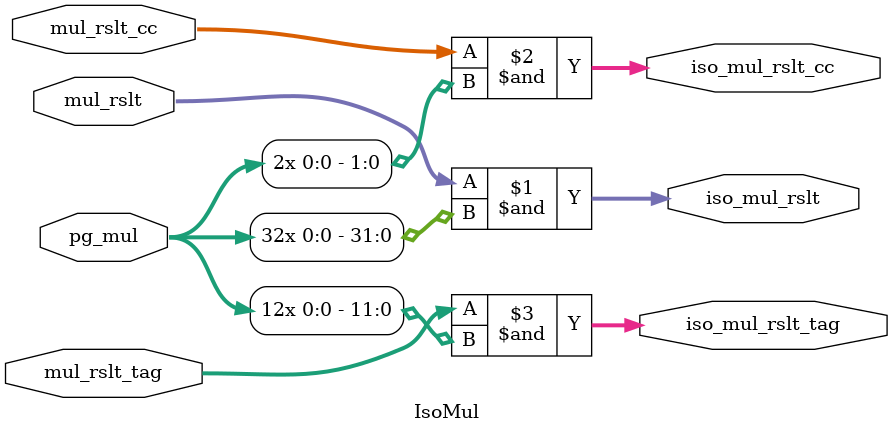
<source format=v>
module IsoMul(
  	mul_rslt,
  	mul_rslt_cc, 
  	mul_rslt_tag,
  	pg_mul,
  
  	iso_mul_rslt,
  	iso_mul_rslt_cc,
  	iso_mul_rslt_tag
  );

  input [31:0]	mul_rslt;
  input [1:0]	mul_rslt_cc;
  input [11:0]	mul_rslt_tag;
  input 	pg_mul;
  
  output [31:0]	iso_mul_rslt; 
  output [1:0]	iso_mul_rslt_cc; 
  output [11:0]	iso_mul_rslt_tag; 

  assign iso_mul_rslt = mul_rslt & {32{pg_mul}};
  assign iso_mul_rslt_cc = mul_rslt_cc & {2{pg_mul}};
  assign iso_mul_rslt_tag = mul_rslt_tag & {12{pg_mul}};

endmodule
</source>
